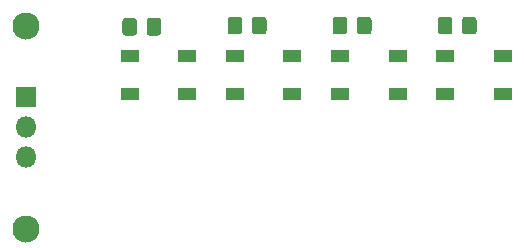
<source format=gts>
G04 #@! TF.GenerationSoftware,KiCad,Pcbnew,(5.1.6)-1*
G04 #@! TF.CreationDate,2020-07-25T12:59:16+03:00*
G04 #@! TF.ProjectId,ergo33_led_board,6572676f-3333-45f6-9c65-645f626f6172,rev?*
G04 #@! TF.SameCoordinates,Original*
G04 #@! TF.FileFunction,Soldermask,Top*
G04 #@! TF.FilePolarity,Negative*
%FSLAX46Y46*%
G04 Gerber Fmt 4.6, Leading zero omitted, Abs format (unit mm)*
G04 Created by KiCad (PCBNEW (5.1.6)-1) date 2020-07-25 12:59:16*
%MOMM*%
%LPD*%
G01*
G04 APERTURE LIST*
%ADD10R,1.600000X1.100000*%
%ADD11C,2.300000*%
%ADD12O,1.800000X1.800000*%
%ADD13R,1.800000X1.800000*%
G04 APERTURE END LIST*
D10*
X131760000Y-93670000D03*
X131760000Y-96870000D03*
X136660000Y-93670000D03*
X136660000Y-96870000D03*
X145550000Y-96870000D03*
X145550000Y-93670000D03*
X140650000Y-96870000D03*
X140650000Y-93670000D03*
X154450000Y-96870000D03*
X154450000Y-93670000D03*
X149550000Y-96870000D03*
X149550000Y-93670000D03*
D11*
X123000000Y-108250000D03*
X123000000Y-91100000D03*
D10*
X163350000Y-96870000D03*
X163350000Y-93670000D03*
X158450000Y-96870000D03*
X158450000Y-93670000D03*
D12*
X123010000Y-102200000D03*
X123010000Y-99660000D03*
D13*
X123010000Y-97120000D03*
G36*
G01*
X159100000Y-90591738D02*
X159100000Y-91548262D01*
G75*
G02*
X158828262Y-91820000I-271738J0D01*
G01*
X158121738Y-91820000D01*
G75*
G02*
X157850000Y-91548262I0J271738D01*
G01*
X157850000Y-90591738D01*
G75*
G02*
X158121738Y-90320000I271738J0D01*
G01*
X158828262Y-90320000D01*
G75*
G02*
X159100000Y-90591738I0J-271738D01*
G01*
G37*
G36*
G01*
X161150000Y-90591738D02*
X161150000Y-91548262D01*
G75*
G02*
X160878262Y-91820000I-271738J0D01*
G01*
X160171738Y-91820000D01*
G75*
G02*
X159900000Y-91548262I0J271738D01*
G01*
X159900000Y-90591738D01*
G75*
G02*
X160171738Y-90320000I271738J0D01*
G01*
X160878262Y-90320000D01*
G75*
G02*
X161150000Y-90591738I0J-271738D01*
G01*
G37*
G36*
G01*
X150200000Y-90591738D02*
X150200000Y-91548262D01*
G75*
G02*
X149928262Y-91820000I-271738J0D01*
G01*
X149221738Y-91820000D01*
G75*
G02*
X148950000Y-91548262I0J271738D01*
G01*
X148950000Y-90591738D01*
G75*
G02*
X149221738Y-90320000I271738J0D01*
G01*
X149928262Y-90320000D01*
G75*
G02*
X150200000Y-90591738I0J-271738D01*
G01*
G37*
G36*
G01*
X152250000Y-90591738D02*
X152250000Y-91548262D01*
G75*
G02*
X151978262Y-91820000I-271738J0D01*
G01*
X151271738Y-91820000D01*
G75*
G02*
X151000000Y-91548262I0J271738D01*
G01*
X151000000Y-90591738D01*
G75*
G02*
X151271738Y-90320000I271738J0D01*
G01*
X151978262Y-90320000D01*
G75*
G02*
X152250000Y-90591738I0J-271738D01*
G01*
G37*
G36*
G01*
X141310000Y-90591738D02*
X141310000Y-91548262D01*
G75*
G02*
X141038262Y-91820000I-271738J0D01*
G01*
X140331738Y-91820000D01*
G75*
G02*
X140060000Y-91548262I0J271738D01*
G01*
X140060000Y-90591738D01*
G75*
G02*
X140331738Y-90320000I271738J0D01*
G01*
X141038262Y-90320000D01*
G75*
G02*
X141310000Y-90591738I0J-271738D01*
G01*
G37*
G36*
G01*
X143360000Y-90591738D02*
X143360000Y-91548262D01*
G75*
G02*
X143088262Y-91820000I-271738J0D01*
G01*
X142381738Y-91820000D01*
G75*
G02*
X142110000Y-91548262I0J271738D01*
G01*
X142110000Y-90591738D01*
G75*
G02*
X142381738Y-90320000I271738J0D01*
G01*
X143088262Y-90320000D01*
G75*
G02*
X143360000Y-90591738I0J-271738D01*
G01*
G37*
G36*
G01*
X134450000Y-90691738D02*
X134450000Y-91648262D01*
G75*
G02*
X134178262Y-91920000I-271738J0D01*
G01*
X133471738Y-91920000D01*
G75*
G02*
X133200000Y-91648262I0J271738D01*
G01*
X133200000Y-90691738D01*
G75*
G02*
X133471738Y-90420000I271738J0D01*
G01*
X134178262Y-90420000D01*
G75*
G02*
X134450000Y-90691738I0J-271738D01*
G01*
G37*
G36*
G01*
X132400000Y-90691738D02*
X132400000Y-91648262D01*
G75*
G02*
X132128262Y-91920000I-271738J0D01*
G01*
X131421738Y-91920000D01*
G75*
G02*
X131150000Y-91648262I0J271738D01*
G01*
X131150000Y-90691738D01*
G75*
G02*
X131421738Y-90420000I271738J0D01*
G01*
X132128262Y-90420000D01*
G75*
G02*
X132400000Y-90691738I0J-271738D01*
G01*
G37*
M02*

</source>
